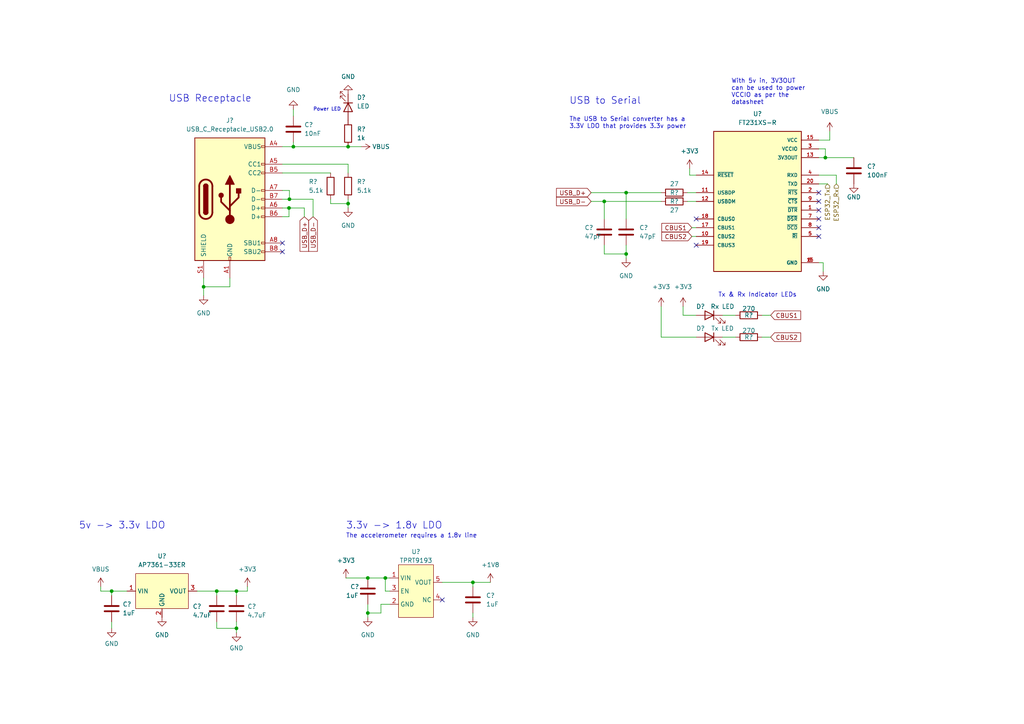
<source format=kicad_sch>
(kicad_sch (version 20211123) (generator eeschema)
  (paper "A4")
  (title_block (title "Delta Power Delivery") (date "2022-07-04") (rev "v02") (comment 3 "Author: Shreyas Lad"))
  (lib_symbols
    (symbol "AP7361_33ER_13:AP7361-33ER"
      (property "Reference" "U" (at 0 30.48 0))
      (property "Value" "AP7361-33ER" (at 0 -17.78 0))
      (symbol "AP7361-33ER_0_1"
        (rectangle (start -7.62 5.08) (end 7.62 -5.08) (fill (type background)))
      )
      (symbol "AP7361-33ER_1_1"
        (pin input line (at -10.16 0 0) (length 2.54) (name "VIN") (number "1"))
        (pin input line (at 0 -7.62 90) (length 2.54) (name "GND") (number "2"))
        (pin input line (at 10.16 0 180) (length 2.54) (name "VOUT") (number "3"))
      )
    )
    (symbol "Connector:USB_C_Receptacle_USB2.0" (pin_names (offset 1.016))
      (property "Reference" "J" (at -10.16 19.05 0))
      (property "Value" "USB_C_Receptacle_USB2.0" (at 19.05 19.05 0))
      (symbol "USB_C_Receptacle_USB2.0_0_0"
        (rectangle (start -0.254 -17.78) (end 0.254 -16.764))
        (rectangle (start 10.16 -14.986) (end 9.144 -15.494))
        (rectangle (start 10.16 -12.446) (end 9.144 -12.954))
        (rectangle (start 10.16 -4.826) (end 9.144 -5.334))
        (rectangle (start 10.16 -2.286) (end 9.144 -2.794))
        (rectangle (start 10.16 0.254) (end 9.144 -0.254))
        (rectangle (start 10.16 2.794) (end 9.144 2.286))
        (rectangle (start 10.16 7.874) (end 9.144 7.366))
        (rectangle (start 10.16 10.414) (end 9.144 9.906))
        (rectangle (start 10.16 15.494) (end 9.144 14.986))
      )
      (symbol "USB_C_Receptacle_USB2.0_0_1"
        (rectangle (start -10.16 17.78) (end 10.16 -17.78) (stroke (width 0.254)) (fill (type background)))
        (arc (start -8.89 -3.81) (mid -6.985 -5.715) (end -5.08 -3.81) (stroke (width 0.508)))
        (arc (start -7.62 -3.81) (mid -6.985 -4.445) (end -6.35 -3.81) (stroke (width 0.254)))
        (arc (start -7.62 -3.81) (mid -6.985 -4.445) (end -6.35 -3.81) (stroke (width 0.254)) (fill (type outline)))
        (rectangle (start -7.62 -3.81) (end -6.35 3.81) (stroke (width 0.254)) (fill (type outline)))
        (arc (start -6.35 3.81) (mid -6.985 4.445) (end -7.62 3.81) (stroke (width 0.254)))
        (arc (start -6.35 3.81) (mid -6.985 4.445) (end -7.62 3.81) (stroke (width 0.254)) (fill (type outline)))
        (arc (start -5.08 3.81) (mid -6.985 5.715) (end -8.89 3.81) (stroke (width 0.508)))
        (circle (center -2.54 1.143) (radius 0.635) (stroke (width 0.254)) (fill (type outline)))
        (circle (center 0 -5.842) (radius 1.27) (fill (type outline)))
        (polyline (pts (xy -8.89 -3.81) (xy -8.89 3.81)) (stroke (width 0.508)))
        (polyline (pts (xy -5.08 3.81) (xy -5.08 -3.81)) (stroke (width 0.508)))
        (polyline (pts (xy 0 -5.842) (xy 0 4.318)) (stroke (width 0.508)))
        (polyline (pts (xy 0 -3.302) (xy -2.54 -0.762) (xy -2.54 0.508)) (stroke (width 0.508)))
        (polyline (pts (xy 0 -2.032) (xy 2.54 0.508) (xy 2.54 1.778)) (stroke (width 0.508)))
        (polyline (pts (xy -1.27 4.318) (xy 0 6.858) (xy 1.27 4.318) (xy -1.27 4.318)) (stroke (width 0.254)) (fill (type outline)))
        (rectangle (start 1.905 1.778) (end 3.175 3.048) (stroke (width 0.254)) (fill (type outline)))
      )
      (symbol "USB_C_Receptacle_USB2.0_1_1"
        (pin passive line (at 0 -22.86 90) (length 5.08) (name "GND") (number "A1"))
        (pin passive line (at 0 -22.86 90) (length 5.08) hide (name "GND") (number "A12"))
        (pin passive line (at 15.24 15.24 180) (length 5.08) (name "VBUS") (number "A4"))
        (pin bidirectional line (at 15.24 10.16 180) (length 5.08) (name "CC1") (number "A5"))
        (pin bidirectional line (at 15.24 -2.54 180) (length 5.08) (name "D+") (number "A6"))
        (pin bidirectional line (at 15.24 2.54 180) (length 5.08) (name "D-") (number "A7"))
        (pin bidirectional line (at 15.24 -12.7 180) (length 5.08) (name "SBU1") (number "A8"))
        (pin passive line (at 15.24 15.24 180) (length 5.08) hide (name "VBUS") (number "A9"))
        (pin passive line (at 0 -22.86 90) (length 5.08) hide (name "GND") (number "B1"))
        (pin passive line (at 0 -22.86 90) (length 5.08) hide (name "GND") (number "B12"))
        (pin passive line (at 15.24 15.24 180) (length 5.08) hide (name "VBUS") (number "B4"))
        (pin bidirectional line (at 15.24 7.62 180) (length 5.08) (name "CC2") (number "B5"))
        (pin bidirectional line (at 15.24 -5.08 180) (length 5.08) (name "D+") (number "B6"))
        (pin bidirectional line (at 15.24 0 180) (length 5.08) (name "D-") (number "B7"))
        (pin bidirectional line (at 15.24 -15.24 180) (length 5.08) (name "SBU2") (number "B8"))
        (pin passive line (at 15.24 15.24 180) (length 5.08) hide (name "VBUS") (number "B9"))
        (pin passive line (at -7.62 -22.86 90) (length 5.08) (name "SHIELD") (number "S1"))
      )
    )
    (symbol "Device:C" (pin_numbers hide) (pin_names (offset 0.254))
      (property "Reference" "C" (at 0.635 2.54 0))
      (property "Value" "C" (at 0.635 -2.54 0))
      (symbol "C_0_1"
        (polyline (pts (xy -2.032 -0.762) (xy 2.032 -0.762)) (stroke (width 0.508)))
        (polyline (pts (xy -2.032 0.762) (xy 2.032 0.762)) (stroke (width 0.508)))
      )
      (symbol "C_1_1"
        (pin passive line (at 0 3.81 270) (length 2.794) (name "~") (number "1"))
        (pin passive line (at 0 -3.81 90) (length 2.794) (name "~") (number "2"))
      )
    )
    (symbol "Device:LED" (pin_numbers hide) (pin_names (offset 1.016) hide)
      (property "Reference" "D" (at 0 2.54 0))
      (property "Value" "LED" (at 0 -2.54 0))
      (symbol "LED_0_1"
        (polyline (pts (xy -1.27 -1.27) (xy -1.27 1.27)) (stroke (width 0.254)))
        (polyline (pts (xy -1.27 0) (xy 1.27 0)))
        (polyline (pts (xy 1.27 -1.27) (xy 1.27 1.27) (xy -1.27 0) (xy 1.27 -1.27)) (stroke (width 0.254)))
        (polyline (pts (xy -3.048 -0.762) (xy -4.572 -2.286) (xy -3.81 -2.286) (xy -4.572 -2.286) (xy -4.572 -1.524)))
        (polyline (pts (xy -1.778 -0.762) (xy -3.302 -2.286) (xy -2.54 -2.286) (xy -3.302 -2.286) (xy -3.302 -1.524)))
      )
      (symbol "LED_1_1"
        (pin passive line (at -3.81 0 0) (length 2.54) (name "K") (number "1"))
        (pin passive line (at 3.81 0 180) (length 2.54) (name "A") (number "2"))
      )
    )
    (symbol "Device:R" (pin_numbers hide) (pin_names (offset 0))
      (property "Reference" "R" (at 2.032 0 90))
      (property "Value" "R" (at 0 0 90))
      (symbol "R_0_1"
        (rectangle (start -1.016 -2.54) (end 1.016 2.54) (stroke (width 0.254)))
      )
      (symbol "R_1_1"
        (pin passive line (at 0 3.81 270) (length 1.27) (name "~") (number "1"))
        (pin passive line (at 0 -3.81 90) (length 1.27) (name "~") (number "2"))
      )
    )
    (symbol "FT231XS-R (USBUART):FT231XS-R" (pin_names (offset 1.016))
      (property "Reference" "U" (at -12.7 21.1074 0))
      (property "Value" "FT231XS-R" (at -12.7254 -22.9108 0))
      (symbol "FT231XS-R_0_0"
        (rectangle (start -12.7 -20.32) (end 12.7 20.32) (stroke (width 0.254)) (fill (type background)))
        (pin output line (at 17.78 -2.54 180) (length 5.08) (name "~{DTR}") (number "1"))
        (pin bidirectional line (at -17.78 -10.16 0) (length 5.08) (name "CBUS2") (number "10"))
        (pin input line (at -17.78 2.54 0) (length 5.08) (name "USBDP") (number "11"))
        (pin input line (at -17.78 0 0) (length 5.08) (name "USBDM") (number "12"))
        (pin power_in line (at 17.78 12.7 180) (length 5.08) (name "3V3OUT") (number "13"))
        (pin input line (at -17.78 7.62 0) (length 5.08) (name "~{RESET}") (number "14"))
        (pin power_in line (at 17.78 17.78 180) (length 5.08) (name "VCC") (number "15"))
        (pin power_in line (at 17.78 -17.78 180) (length 5.08) (name "GND") (number "16"))
        (pin bidirectional line (at -17.78 -7.62 0) (length 5.08) (name "CBUS1") (number "17"))
        (pin bidirectional line (at -17.78 -5.08 0) (length 5.08) (name "CBUS0") (number "18"))
        (pin bidirectional line (at -17.78 -12.7 0) (length 5.08) (name "CBUS3") (number "19"))
        (pin output line (at 17.78 2.54 180) (length 5.08) (name "~{RTS}") (number "2"))
        (pin output line (at 17.78 5.08 180) (length 5.08) (name "TXD") (number "20"))
        (pin power_in line (at 17.78 15.24 180) (length 5.08) (name "VCCIO") (number "3"))
        (pin input line (at 17.78 7.62 180) (length 5.08) (name "RXD") (number "4"))
        (pin input line (at 17.78 -10.16 180) (length 5.08) (name "~{RI}") (number "5"))
        (pin power_in line (at 17.78 -17.78 180) (length 5.08) (name "GND") (number "6"))
        (pin input line (at 17.78 -5.08 180) (length 5.08) (name "~{DSR}") (number "7"))
        (pin input line (at 17.78 -7.62 180) (length 5.08) (name "~{DCD}") (number "8"))
        (pin input line (at 17.78 0 180) (length 5.08) (name "~{CTS}") (number "9"))
      )
    )
    (symbol "TPRT9193:TPRT9193"
      (property "Reference" "U3" (at 0 11.43 0))
      (property "Value" "TPRT9193" (at 0 8.89 0))
      (symbol "TPRT9193_0_1"
        (rectangle (start -5.08 7.62) (end 5.08 -7.62) (fill (type background)))
      )
      (symbol "TPRT9193_1_1"
        (pin input line (at -7.62 3.81 0) (length 2.54) (name "VIN") (number "1"))
        (pin input line (at -7.62 -3.81 0) (length 2.54) (name "GND") (number "2"))
        (pin input line (at -7.62 0 0) (length 2.54) (name "EN") (number "3"))
        (pin input line (at 7.62 -2.54 180) (length 2.54) (name "NC") (number "4"))
        (pin input line (at 7.62 2.54 180) (length 2.54) (name "VOUT") (number "5"))
      )
    )
    (symbol "power:+1V8" (power) (pin_names (offset 0))
      (property "Value" "+1V8" (at 0 3.556 0))
      (symbol "+1V8_0_1"
        (polyline (pts (xy -0.762 1.27) (xy 0 2.54)))
        (polyline (pts (xy 0 0) (xy 0 2.54)))
        (polyline (pts (xy 0 2.54) (xy 0.762 1.27)))
      )
      (symbol "+1V8_1_1"
        (pin power_in line (at 0 0 90) (length 0) hide (name "+1V8") (number "1"))
      )
    )
    (symbol "power:+3.3V" (power) (pin_names (offset 0))
      (property "Value" "+3.3V" (at 0 3.556 0))
      (symbol "+3.3V_0_1"
        (polyline (pts (xy -0.762 1.27) (xy 0 2.54)))
        (polyline (pts (xy 0 0) (xy 0 2.54)))
        (polyline (pts (xy 0 2.54) (xy 0.762 1.27)))
      )
      (symbol "+3.3V_1_1"
        (pin power_in line (at 0 0 90) (length 0) hide (name "+3V3") (number "1"))
      )
    )
    (symbol "power:GND" (power) (pin_names (offset 0))
      (property "Value" "GND" (at 0 -3.81 0))
      (symbol "GND_0_1"
        (polyline (pts (xy 0 0) (xy 0 -1.27) (xy 1.27 -1.27) (xy 0 -2.54) (xy -1.27 -1.27) (xy 0 -1.27)))
      )
      (symbol "GND_1_1"
        (pin power_in line (at 0 0 270) (length 0) hide (name "GND") (number "1"))
      )
    )
    (symbol "power:VBUS" (power) (pin_names (offset 0))
      (property "Value" "VBUS" (at 0 3.81 0))
      (symbol "VBUS_0_1"
        (polyline (pts (xy -0.762 1.27) (xy 0 2.54)))
        (polyline (pts (xy 0 0) (xy 0 2.54)))
        (polyline (pts (xy 0 2.54) (xy 0.762 1.27)))
      )
      (symbol "VBUS_1_1"
        (pin power_in line (at 0 0 90) (length 0) hide (name "VBUS") (number "1"))
      )
    )
  )
  (junction (at 106.68 177.8))
  (junction (at 83.947 57.785))
  (junction (at 59.055 83.185))
  (junction (at 68.58 182.245))
  (junction (at 100.965 59.055))
  (junction (at 100.965 42.545))
  (junction (at 137.16 168.91))
  (junction (at 62.865 171.45))
  (junction (at 181.61 55.88))
  (junction (at 239.395 45.72))
  (junction (at 181.61 73.66))
  (junction (at 106.68 167.64))
  (junction (at 68.58 171.45))
  (junction (at 175.26 58.42))
  (junction (at 85.09 42.545))
  (junction (at 83.82 60.325))
  (junction (at 111.76 167.64))
  (junction (at 32.385 171.45))
  (no_connect (at 128.27 173.99))
  (no_connect (at 237.49 60.96))
  (no_connect (at 201.93 71.12))
  (no_connect (at 81.915 73.025))
  (no_connect (at 237.49 58.42))
  (no_connect (at 81.915 70.485))
  (no_connect (at 201.93 63.5))
  (no_connect (at 237.49 55.88))
  (no_connect (at 237.49 66.04))
  (no_connect (at 237.49 68.58))
  (no_connect (at 237.49 63.5))
  (wire (pts (xy 175.26 71.12) (xy 175.26 73.66)))
  (wire (pts (xy 100.965 57.785) (xy 100.965 59.055)))
  (wire (pts (xy 81.915 57.785) (xy 83.947 57.785)))
  (wire (pts (xy 83.947 55.245) (xy 83.947 57.785)))
  (wire (pts (xy 85.09 41.275) (xy 85.09 42.545)))
  (wire (pts (xy 137.16 168.91) (xy 142.24 168.91)))
  (wire (pts (xy 81.915 42.545) (xy 85.09 42.545)))
  (wire (pts (xy 242.57 50.8) (xy 242.57 53.34)))
  (wire (pts (xy 111.76 167.64) (xy 113.03 167.64)))
  (wire (pts (xy 200.66 66.04) (xy 201.93 66.04)))
  (wire (pts (xy 81.915 62.865) (xy 83.82 62.865)))
  (wire (pts (xy 68.58 171.45) (xy 68.58 172.72)))
  (wire (pts (xy 171.45 55.88) (xy 181.61 55.88)))
  (wire (pts (xy 29.21 170.18) (xy 29.21 171.45)))
  (wire (pts (xy 175.26 58.42) (xy 175.26 63.5)))
  (wire (pts (xy 200.025 50.8) (xy 201.93 50.8)))
  (wire (pts (xy 85.09 42.545) (xy 100.965 42.545)))
  (wire (pts (xy 220.98 91.44) (xy 223.52 91.44)))
  (wire (pts (xy 66.675 83.185) (xy 59.055 83.185)))
  (wire (pts (xy 62.865 171.45) (xy 62.865 172.72)))
  (wire (pts (xy 88.265 60.325) (xy 88.265 62.865)))
  (wire (pts (xy 62.865 171.45) (xy 68.58 171.45)))
  (wire (pts (xy 198.12 88.9) (xy 198.12 91.44)))
  (wire (pts (xy 62.865 180.34) (xy 62.865 182.245)))
  (wire (pts (xy 100.965 59.055) (xy 100.965 60.325)))
  (wire (pts (xy 106.68 167.64) (xy 111.76 167.64)))
  (wire (pts (xy 237.49 76.2) (xy 238.76 76.2)))
  (wire (pts (xy 83.82 62.865) (xy 83.82 60.325)))
  (wire (pts (xy 220.98 97.79) (xy 223.52 97.79)))
  (wire (pts (xy 199.39 58.42) (xy 201.93 58.42)))
  (wire (pts (xy 181.61 71.12) (xy 181.61 73.66)))
  (wire (pts (xy 198.12 91.44) (xy 201.93 91.44)))
  (wire (pts (xy 59.055 83.185) (xy 59.055 85.725)))
  (wire (pts (xy 106.68 177.8) (xy 106.68 179.07)))
  (wire (pts (xy 83.82 60.325) (xy 88.265 60.325)))
  (wire (pts (xy 171.45 58.42) (xy 175.26 58.42)))
  (wire (pts (xy 175.26 73.66) (xy 181.61 73.66)))
  (wire (pts (xy 111.76 167.64) (xy 111.76 171.45)))
  (wire (pts (xy 110.49 177.8) (xy 106.68 177.8)))
  (wire (pts (xy 128.27 168.91) (xy 137.16 168.91)))
  (wire (pts (xy 95.885 59.055) (xy 95.885 57.785)))
  (wire (pts (xy 191.77 88.9) (xy 191.77 97.79)))
  (wire (pts (xy 59.055 80.645) (xy 59.055 83.185)))
  (wire (pts (xy 68.58 180.34) (xy 68.58 182.245)))
  (wire (pts (xy 68.58 182.245) (xy 68.58 183.515)))
  (wire (pts (xy 66.675 80.645) (xy 66.675 83.185)))
  (wire (pts (xy 209.55 97.79) (xy 213.36 97.79)))
  (wire (pts (xy 175.26 58.42) (xy 191.77 58.42)))
  (wire (pts (xy 238.76 76.2) (xy 238.76 78.74)))
  (wire (pts (xy 83.947 57.785) (xy 90.805 57.785)))
  (wire (pts (xy 106.68 175.26) (xy 106.68 177.8)))
  (wire (pts (xy 90.805 57.785) (xy 90.805 62.865)))
  (wire (pts (xy 81.915 47.625) (xy 100.965 47.625)))
  (wire (pts (xy 240.665 40.64) (xy 237.49 40.64)))
  (wire (pts (xy 113.03 171.45) (xy 111.76 171.45)))
  (wire (pts (xy 71.755 171.45) (xy 71.755 170.18)))
  (wire (pts (xy 240.665 38.1) (xy 240.665 40.64)))
  (wire (pts (xy 68.58 171.45) (xy 71.755 171.45)))
  (wire (pts (xy 100.965 42.545) (xy 104.775 42.545)))
  (wire (pts (xy 81.915 60.325) (xy 83.82 60.325)))
  (wire (pts (xy 239.395 45.72) (xy 247.65 45.72)))
  (wire (pts (xy 239.395 43.18) (xy 239.395 45.72)))
  (wire (pts (xy 62.865 182.245) (xy 68.58 182.245)))
  (wire (pts (xy 81.915 55.245) (xy 83.947 55.245)))
  (wire (pts (xy 200.66 68.58) (xy 201.93 68.58)))
  (wire (pts (xy 137.16 177.8) (xy 137.16 179.07)))
  (wire (pts (xy 110.49 175.26) (xy 110.49 177.8)))
  (wire (pts (xy 181.61 55.88) (xy 181.61 63.5)))
  (wire (pts (xy 237.49 53.34) (xy 240.03 53.34)))
  (wire (pts (xy 191.77 97.79) (xy 201.93 97.79)))
  (wire (pts (xy 137.16 168.91) (xy 137.16 170.18)))
  (wire (pts (xy 100.965 59.055) (xy 95.885 59.055)))
  (wire (pts (xy 200.025 48.895) (xy 200.025 50.8)))
  (wire (pts (xy 237.49 50.8) (xy 242.57 50.8)))
  (wire (pts (xy 199.39 55.88) (xy 201.93 55.88)))
  (wire (pts (xy 85.09 31.75) (xy 85.09 33.655)))
  (wire (pts (xy 57.15 171.45) (xy 62.865 171.45)))
  (wire (pts (xy 181.61 73.66) (xy 181.61 74.93)))
  (wire (pts (xy 32.385 171.45) (xy 36.83 171.45)))
  (wire (pts (xy 32.385 171.45) (xy 32.385 172.72)))
  (wire (pts (xy 29.21 171.45) (xy 32.385 171.45)))
  (wire (pts (xy 181.61 55.88) (xy 191.77 55.88)))
  (wire (pts (xy 113.03 175.26) (xy 110.49 175.26)))
  (wire (pts (xy 237.49 43.18) (xy 239.395 43.18)))
  (wire (pts (xy 81.915 50.165) (xy 95.885 50.165)))
  (wire (pts (xy 100.965 47.625) (xy 100.965 50.165)))
  (wire (pts (xy 100.33 167.64) (xy 106.68 167.64)))
  (wire (pts (xy 237.49 45.72) (xy 239.395 45.72)))
  (wire (pts (xy 209.55 91.44) (xy 213.36 91.44)))
  (wire (pts (xy 32.385 180.34) (xy 32.385 182.245)))
  (text "3.3v -> 1.8v LDO" (at 100.33 153.67 0) (effects (font (size 2 2)) (justify left bottom)))
  (text "USB Receptacle" (at 48.895 29.845 0) (effects (font (size 2 2)) (justify left bottom)))
  (text "The accelerometer requires a 1.8v line" (at 100.33 156.21 0) (effects (font (size 1.27 1.27)) (justify left bottom)))
  (text "USB to Serial" (at 165.1 30.48 0) (effects (font (size 2 2)) (justify left bottom)))
  (text "With 5v in, 3V3OUT\ncan be used to power\nVCCIO as per the\ndatasheet" (at 212.09 30.48 0) (effects (font (size 1.27 1.27)) (justify left bottom)))
  (text "Tx & Rx Indicator LEDs" (at 208.28 86.36 0) (effects (font (size 1.27 1.27)) (justify left bottom)))
  (text "The USB to Serial converter has a\n3.3V LDO that provides 3.3v power" (at 165.1 37.465 0) (effects (font (size 1.27 1.27)) (justify left bottom)))
  (text "5v -> 3.3v LDO" (at 22.86 153.67 0) (effects (font (size 2 2)) (justify left bottom)))
  (text "Power LED" (at 90.805 32.385 0) (effects (font (size 1 1)) (justify left bottom)))
  (global_label "USB_D+" (shape input) (at 171.45 55.88 180) (property "Intersheet References" "${INTERSHEET_REFS}" (effects hide)))
  (global_label "USB_D-" (shape input) (at 171.45 58.42 180) (property "Intersheet References" "${INTERSHEET_REFS}" (effects hide)))
  (global_label "CBUS2" (shape input) (at 200.66 68.58 180) (property "Intersheet References" "${INTERSHEET_REFS}" (effects hide)))
  (global_label "CBUS1" (shape input) (at 223.52 91.44 0) (property "Intersheet References" "${INTERSHEET_REFS}" (effects hide)))
  (global_label "CBUS2" (shape input) (at 223.52 97.79 0) (property "Intersheet References" "${INTERSHEET_REFS}" (effects hide)))
  (global_label "CBUS1" (shape input) (at 200.66 66.04 180) (property "Intersheet References" "${INTERSHEET_REFS}" (effects hide)))
  (global_label "USB_D+" (shape input) (at 88.265 62.865 270) (property "Intersheet References" "${INTERSHEET_REFS}" (effects hide)))
  (global_label "USB_D-" (shape input) (at 90.805 62.865 270) (property "Intersheet References" "${INTERSHEET_REFS}" (effects hide)))
  (hierarchical_label "ESP32_Tx" (shape input) (at 240.03 53.34 270))
  (hierarchical_label "ESP32_Rx" (shape input) (at 242.57 53.34 270))
  (symbol (lib_id "Device:C") (at 32.385 176.53 0) (unit 1)
    (property "Reference" "C?" (at 35.56 175.2599 0) (effects (justify left)))
    (property "Value" "1uF" (at 35.56 177.7999 0) (effects (justify left)))
    (property "Footprint" "Capacitor_SMD:C_0603_1608Metric_Pad1.08x0.95mm_HandSolder" (effects hide))
  )
  (symbol (lib_id "Device:R") (at 217.17 91.44 90) (unit 1)
    (property "Reference" "R?" (at 217.17 91.44 90))
    (property "Value" "270" (at 217.17 89.535 90))
    (property "Footprint" "Resistor_SMD:R_0603_1608Metric_Pad0.98x0.95mm_HandSolder" (effects hide))
  )
  (symbol (lib_id "power:GND") (at 181.61 74.93 0) (unit 1)
    (property "Reference" "#PWR?" (effects hide))
    (property "Value" "GND" (at 181.61 80.01 0))
  )
  (symbol (lib_id "TPRT9193:TPRT9193") (at 120.65 171.45 0) (unit 1)
    (property "Reference" "U?" (at 120.65 160.02 0))
    (property "Value" "TPRT9193" (at 120.65 162.56 0))
    (property "Footprint" "TPRT9193:SOT-23-5_L3.0-W1.7-P0.95-LS2.8-BL" (effects hide))
  )
  (symbol (lib_id "power:+3.3V") (at 71.755 170.18 0) (unit 1)
    (property "Reference" "#PWR?" (effects hide))
    (property "Value" "+3.3V" (at 71.755 165.1 0))
  )
  (symbol (lib_id "Device:C") (at 68.58 176.53 0) (unit 1)
    (property "Reference" "C?" (at 71.755 175.895 0) (effects (justify left)))
    (property "Value" "4.7uF" (at 71.755 178.435 0) (effects (justify left)))
    (property "Footprint" "Capacitor_SMD:C_0603_1608Metric_Pad1.08x0.95mm_HandSolder" (effects hide))
  )
  (symbol (lib_id "FT231XS-R (USBUART):FT231XS-R") (at 219.71 58.42 0) (unit 1)
    (property "Reference" "U?" (at 219.71 33.02 0))
    (property "Value" "FT231XS-R" (at 219.71 35.56 0))
    (property "Footprint" "FT231XS-R:SOP63P599X175-20N" (effects hide))
    (property "PARTREV" "1.2" (effects hide))
    (property "STANDARD" "IPC 7351B" (effects hide))
    (property "MANUFACTURER" "FTDI" (effects hide))
  )
  (symbol (lib_id "power:+3.3V") (at 198.12 88.9 0) (unit 1)
    (property "Reference" "#PWR?" (effects hide))
    (property "Value" "+3.3V" (at 198.12 83.185 0))
  )
  (symbol (lib_id "power:GND") (at 100.965 27.305 180) (unit 1)
    (property "Reference" "#PWR?" (effects hide))
    (property "Value" "GND" (at 100.965 22.225 0))
  )
  (symbol (lib_id "power:GND") (at 100.965 60.325 0) (unit 1)
    (property "Reference" "#PWR?" (effects hide))
    (property "Value" "GND" (at 100.965 65.405 0))
  )
  (symbol (lib_id "power:+3.3V") (at 200.025 48.895 0) (unit 1)
    (property "Reference" "#PWR?" (effects hide))
    (property "Value" "+3.3V" (at 200.025 43.815 0))
  )
  (symbol (lib_id "Device:C") (at 62.865 176.53 0) (unit 1)
    (property "Reference" "C?" (at 55.88 175.895 0) (effects (justify left)))
    (property "Value" "4.7uF" (at 55.88 178.435 0) (effects (justify left)))
    (property "Footprint" "Capacitor_SMD:C_0603_1608Metric_Pad1.08x0.95mm_HandSolder" (effects hide))
  )
  (symbol (lib_id "power:+1V8") (at 142.24 168.91 0) (unit 1)
    (property "Reference" "#PWR?" (effects hide))
    (property "Value" "+1V8" (at 142.24 163.83 0))
  )
  (symbol (lib_id "Device:LED") (at 100.965 31.115 270) (unit 1)
    (property "Reference" "D?" (at 103.505 28.2574 90) (effects (justify left)))
    (property "Value" "LED" (at 103.505 30.7974 90) (effects (justify left)))
    (property "Footprint" "LED_SMD:LED_0805_2012Metric_Pad1.15x1.40mm_HandSolder" (effects hide))
  )
  (symbol (lib_id "Device:R") (at 195.58 55.88 270) (unit 1)
    (property "Reference" "R?" (at 195.58 55.88 90))
    (property "Value" "27" (at 195.58 53.34 90))
    (property "Footprint" "Resistor_SMD:R_0603_1608Metric_Pad0.98x0.95mm_HandSolder" (effects hide))
  )
  (symbol (lib_id "power:GND") (at 32.385 182.245 0) (unit 1)
    (property "Reference" "#PWR?" (effects hide))
    (property "Value" "GND" (at 32.385 186.69 0))
  )
  (symbol (lib_id "Device:C") (at 181.61 67.31 0) (unit 1)
    (property "Reference" "C?" (at 185.42 66.0399 0) (effects (justify left)))
    (property "Value" "47pF" (at 185.42 68.5799 0) (effects (justify left)))
    (property "Footprint" "Capacitor_SMD:C_0603_1608Metric_Pad1.08x0.95mm_HandSolder" (effects hide))
  )
  (symbol (lib_id "power:GND") (at 238.76 78.74 0) (unit 1)
    (property "Reference" "#PWR?" (effects hide))
    (property "Value" "GND" (at 238.76 83.82 0))
  )
  (symbol (lib_id "Device:C") (at 247.65 49.53 0) (unit 1)
    (property "Reference" "C?" (at 251.46 48.2599 0) (effects (justify left)))
    (property "Value" "100nF" (at 251.46 50.7999 0) (effects (justify left)))
    (property "Footprint" "Capacitor_SMD:C_0603_1608Metric_Pad1.08x0.95mm_HandSolder" (effects hide))
  )
  (symbol (lib_id "power:GND") (at 106.68 179.07 0) (unit 1)
    (property "Reference" "#PWR?" (effects hide))
    (property "Value" "GND" (at 106.68 184.15 0))
  )
  (symbol (lib_id "Device:R") (at 100.965 38.735 0) (unit 1)
    (property "Reference" "R?" (at 103.505 37.4649 0) (effects (justify left)))
    (property "Value" "1k" (at 103.505 40.0049 0) (effects (justify left)))
    (property "Footprint" "Resistor_SMD:R_0603_1608Metric_Pad0.98x0.95mm_HandSolder" (effects hide))
  )
  (symbol (lib_id "power:+3.3V") (at 191.77 88.9 0) (unit 1)
    (property "Reference" "#PWR?" (effects hide))
    (property "Value" "+3.3V" (at 191.77 83.185 0))
  )
  (symbol (lib_id "Connector:USB_C_Receptacle_USB2.0") (at 66.675 57.785 0) (unit 1)
    (property "Reference" "J?" (at 66.675 34.925 0))
    (property "Value" "USB_C_Receptacle_USB2.0" (at 66.675 37.465 0))
    (property "Footprint" "TYPE-C-31-M-12:HRO_TYPE-C-31-M-12" (effects hide))
    (property "Datasheet" "https://www.usb.org/sites/default/files/documents/usb_type-c.zip" (effects hide))
  )
  (symbol (lib_id "power:VBUS") (at 29.21 170.18 0) (unit 1)
    (property "Reference" "#PWR?" (effects hide))
    (property "Value" "VBUS" (at 29.21 165.1 0))
  )
  (symbol (lib_id "power:GND") (at 137.16 179.07 0) (unit 1)
    (property "Reference" "#PWR?" (effects hide))
    (property "Value" "GND" (at 137.16 184.15 0))
  )
  (symbol (lib_id "AP7361_33ER_13:AP7361-33ER") (at 46.99 171.45 0) (unit 1)
    (property "Reference" "U?" (at 46.99 161.29 0))
    (property "Value" "AP7361-33ER" (at 46.99 163.83 0))
    (property "Footprint" "Package_TO_SOT_SMD:SOT-223-3_TabPin2" (effects hide))
  )
  (symbol (lib_id "Device:C") (at 85.09 37.465 0) (unit 1)
    (property "Reference" "C?" (at 88.265 36.1949 0) (effects (justify left)))
    (property "Value" "10nF" (at 88.265 38.7349 0) (effects (justify left)))
    (property "Footprint" "Capacitor_SMD:C_0603_1608Metric_Pad1.08x0.95mm_HandSolder" (effects hide))
  )
  (symbol (lib_id "Device:R") (at 95.885 53.975 0) (unit 1)
    (property "Reference" "R?" (at 89.535 52.705 0) (effects (justify left)))
    (property "Value" "5.1k" (at 89.535 55.245 0) (effects (justify left)))
    (property "Footprint" "Resistor_SMD:R_0603_1608Metric_Pad0.98x0.95mm_HandSolder" (effects hide))
  )
  (symbol (lib_id "power:+3.3V") (at 100.33 167.64 0) (unit 1)
    (property "Reference" "#PWR?" (effects hide))
    (property "Value" "+3.3V" (at 100.33 162.56 0))
  )
  (symbol (lib_id "Device:R") (at 195.58 58.42 270) (unit 1)
    (property "Reference" "R?" (at 195.58 58.42 90))
    (property "Value" "27" (at 195.58 60.96 90))
    (property "Footprint" "Resistor_SMD:R_0603_1608Metric_Pad0.98x0.95mm_HandSolder" (effects hide))
  )
  (symbol (lib_id "Device:C") (at 106.68 171.45 0) (unit 1)
    (property "Reference" "C?" (at 101.6 170.18 0) (effects (justify left)))
    (property "Value" "1uF" (at 100.33 172.72 0) (effects (justify left)))
    (property "Footprint" "Capacitor_SMD:C_0603_1608Metric_Pad1.08x0.95mm_HandSolder" (effects hide))
  )
  (symbol (lib_id "Device:R") (at 100.965 53.975 0) (unit 1)
    (property "Reference" "R?" (at 103.505 52.7049 0) (effects (justify left)))
    (property "Value" "5.1k" (at 103.505 55.2449 0) (effects (justify left)))
    (property "Footprint" "Resistor_SMD:R_0603_1608Metric_Pad0.98x0.95mm_HandSolder" (effects hide))
  )
  (symbol (lib_id "Device:C") (at 137.16 173.99 0) (unit 1)
    (property "Reference" "C?" (at 140.97 172.7199 0) (effects (justify left)))
    (property "Value" "1uF" (at 140.97 175.2599 0) (effects (justify left)))
    (property "Footprint" "Capacitor_SMD:C_0603_1608Metric_Pad1.08x0.95mm_HandSolder" (effects hide))
  )
  (symbol (lib_id "Device:R") (at 217.17 97.79 90) (unit 1)
    (property "Reference" "R?" (at 217.17 97.79 90))
    (property "Value" "270" (at 217.17 95.885 90))
    (property "Footprint" "Resistor_SMD:R_0603_1608Metric_Pad0.98x0.95mm_HandSolder" (effects hide))
  )
  (symbol (lib_id "power:GND") (at 59.055 85.725 0) (unit 1)
    (property "Reference" "#PWR?" (effects hide))
    (property "Value" "GND" (at 59.055 90.805 0))
  )
  (symbol (lib_id "power:GND") (at 85.09 31.75 180) (unit 1)
    (property "Reference" "#PWR?" (effects hide))
    (property "Value" "GND" (at 85.09 26.035 0))
  )
  (symbol (lib_id "power:GND") (at 68.58 183.515 0) (unit 1)
    (property "Reference" "#PWR?" (effects hide))
    (property "Value" "GND" (at 68.58 187.96 0))
  )
  (symbol (lib_id "power:VBUS") (at 104.775 42.545 270) (unit 1)
    (property "Reference" "#PWR?" (effects hide))
    (property "Value" "VBUS" (at 107.95 42.5449 90) (effects (justify left)))
  )
  (symbol (lib_id "power:GND") (at 247.65 53.34 0) (unit 1)
    (property "Reference" "#PWR?" (effects hide))
    (property "Value" "GND" (at 247.65 57.15 0))
  )
  (symbol (lib_id "power:GND") (at 46.99 179.07 0) (unit 1)
    (property "Reference" "#PWR?" (effects hide))
    (property "Value" "GND" (at 46.99 184.15 0))
  )
  (symbol (lib_id "Device:LED") (at 205.74 97.79 0) (mirror y) (unit 1)
    (property "Reference" "D?" (at 203.2 95.25 0))
    (property "Value" "Tx LED" (at 209.55 95.25 0))
    (property "Footprint" "LED_SMD:LED_0805_2012Metric_Pad1.15x1.40mm_HandSolder" (effects hide))
  )
  (symbol (lib_id "Device:C") (at 175.26 67.31 0) (unit 1)
    (property "Reference" "C?" (at 169.545 66.04 0) (effects (justify left)))
    (property "Value" "47pF" (at 169.545 68.58 0) (effects (justify left)))
    (property "Footprint" "Capacitor_SMD:C_0603_1608Metric_Pad1.08x0.95mm_HandSolder" (effects hide))
  )
  (symbol (lib_id "Device:LED") (at 205.74 91.44 0) (mirror y) (unit 1)
    (property "Reference" "D?" (at 203.2 88.9 0))
    (property "Value" "Rx LED" (at 209.55 88.9 0))
    (property "Footprint" "LED_SMD:LED_0805_2012Metric_Pad1.15x1.40mm_HandSolder" (effects hide))
  )
  (symbol (lib_id "power:VBUS") (at 240.665 38.1 0) (unit 1)
    (property "Reference" "#PWR?" (effects hide))
    (property "Value" "VBUS" (at 240.665 32.385 0))
  )
)
</source>
